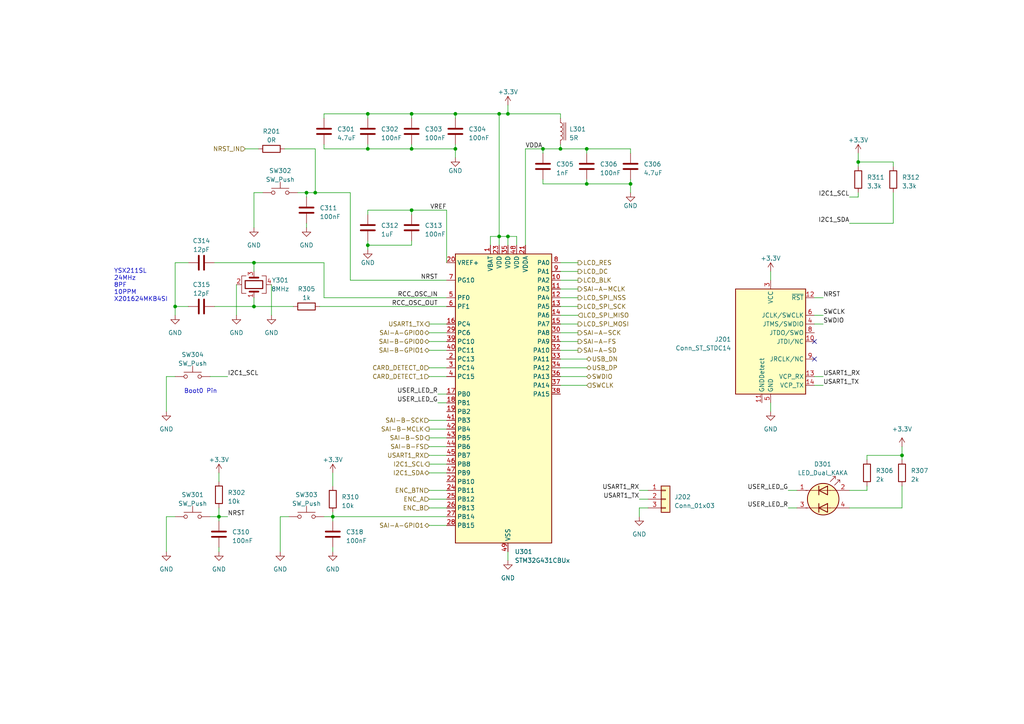
<source format=kicad_sch>
(kicad_sch (version 20230121) (generator eeschema)
  (paper "A4")
  (title_block (title "STM32 USB Audio Interface - STM32G431") (date "2023-04-15") (rev "A"))
  (lib_symbols
    (symbol "Connector:Conn_ST_STDC14"
      (property "Reference" "J" (at -8.89 16.51 0))
      (property "Value" "Conn_ST_STDC14" (at 17.78 16.51 0))
      (symbol "Conn_ST_STDC14_0_1"
        (rectangle (start -10.16 15.24) (end 10.16 -15.24) (stroke (width 0.254)) (fill (type background)))
      )
      (symbol "Conn_ST_STDC14_1_1"
        (pin no_connect line (at -10.16 5.08 0) (length 2.54) hide (name "NC") (number "1"))
        (pin output line (at 12.7 0 180) (length 2.54) (name "JTDI/NC") (number "10"))
        (pin passive line (at -2.54 -17.78 90) (length 2.54) (name "GNDDetect") (number "11"))
        (pin open_collector line (at 12.7 12.7 180) (length 2.54) (name "~{RST}") (number "12"))
        (pin output line (at 12.7 -10.16 180) (length 2.54) (name "VCP_RX") (number "13"))
        (pin input line (at 12.7 -12.7 180) (length 2.54) (name "VCP_TX") (number "14"))
        (pin no_connect line (at -10.16 2.54 0) (length 2.54) hide (name "NC") (number "2"))
        (pin power_in line (at 0 17.78 270) (length 2.54) (name "VCC") (number "3"))
        (pin bidirectional line (at 12.7 5.08 180) (length 2.54) (name "JTMS/SWDIO") (number "4"))
        (pin power_in line (at 0 -17.78 90) (length 2.54) (name "GND") (number "5"))
        (pin output line (at 12.7 7.62 180) (length 2.54) (name "JCLK/SWCLK") (number "6"))
        (pin passive line (at 0 -17.78 90) (length 2.54) hide (name "GND") (number "7"))
        (pin input line (at 12.7 2.54 180) (length 2.54) (name "JTDO/SWO") (number "8"))
        (pin input line (at 12.7 -5.08 180) (length 2.54) (name "JRCLK/NC") (number "9"))
      )
    )
    (symbol "Connector_Generic:Conn_01x03" (pin_names (offset 1.016) hide)
      (property "Reference" "J" (at 0 5.08 0))
      (property "Value" "Conn_01x03" (at 0 -5.08 0))
      (symbol "Conn_01x03_1_1"
        (rectangle (start -1.27 -2.413) (end 0 -2.667) (stroke (width 0.1524)))
        (rectangle (start -1.27 0.127) (end 0 -0.127) (stroke (width 0.1524)))
        (rectangle (start -1.27 2.667) (end 0 2.413) (stroke (width 0.1524)))
        (rectangle (start -1.27 3.81) (end 1.27 -3.81) (stroke (width 0.254)) (fill (type background)))
        (pin passive line (at -5.08 2.54 0) (length 3.81) (name "Pin_1") (number "1"))
        (pin passive line (at -5.08 0 0) (length 3.81) (name "Pin_2") (number "2"))
        (pin passive line (at -5.08 -2.54 0) (length 3.81) (name "Pin_3") (number "3"))
      )
    )
    (symbol "Device:C" (pin_numbers hide) (pin_names (offset 0.254))
      (property "Reference" "C" (at 0.635 2.54 0))
      (property "Value" "C" (at 0.635 -2.54 0))
      (symbol "C_0_1"
        (polyline (pts (xy -2.032 -0.762) (xy 2.032 -0.762)) (stroke (width 0.508)))
        (polyline (pts (xy -2.032 0.762) (xy 2.032 0.762)) (stroke (width 0.508)))
      )
      (symbol "C_1_1"
        (pin passive line (at 0 3.81 270) (length 2.794) (name "~") (number "1"))
        (pin passive line (at 0 -3.81 90) (length 2.794) (name "~") (number "2"))
      )
    )
    (symbol "Device:Crystal_GND24" (pin_names (offset 1.016) hide)
      (property "Reference" "Y" (at 3.175 5.08 0))
      (property "Value" "Crystal_GND24" (at 3.175 3.175 0))
      (symbol "Crystal_GND24_0_1"
        (rectangle (start -1.143 2.54) (end 1.143 -2.54) (stroke (width 0.3048)))
        (polyline (pts (xy -2.54 0) (xy -2.032 0)))
        (polyline (pts (xy -2.032 -1.27) (xy -2.032 1.27)) (stroke (width 0.508)))
        (polyline (pts (xy 0 -3.81) (xy 0 -3.556)))
        (polyline (pts (xy 0 3.556) (xy 0 3.81)))
        (polyline (pts (xy 2.032 -1.27) (xy 2.032 1.27)) (stroke (width 0.508)))
        (polyline (pts (xy 2.032 0) (xy 2.54 0)))
        (polyline (pts (xy -2.54 -2.286) (xy -2.54 -3.556) (xy 2.54 -3.556) (xy 2.54 -2.286)))
        (polyline (pts (xy -2.54 2.286) (xy -2.54 3.556) (xy 2.54 3.556) (xy 2.54 2.286)))
      )
      (symbol "Crystal_GND24_1_1"
        (pin passive line (at -3.81 0 0) (length 1.27) (name "1") (number "1"))
        (pin passive line (at 0 5.08 270) (length 1.27) (name "2") (number "2"))
        (pin passive line (at 3.81 0 180) (length 1.27) (name "3") (number "3"))
        (pin passive line (at 0 -5.08 90) (length 1.27) (name "4") (number "4"))
      )
    )
    (symbol "Device:LED_Dual_KAKA" (pin_names (offset 0) hide)
      (property "Reference" "D" (at 0 5.715 0))
      (property "Value" "LED_Dual_KAKA" (at 0 -6.35 0))
      (symbol "LED_Dual_KAKA_0_1"
        (polyline (pts (xy -5.08 -2.54) (xy 2.032 -2.54)))
        (polyline (pts (xy -5.08 2.54) (xy 2.032 2.54)))
        (polyline (pts (xy -1.27 -1.27) (xy -1.27 -3.81)) (stroke (width 0.254)))
        (polyline (pts (xy -1.27 3.81) (xy -1.27 1.27)) (stroke (width 0.254)))
        (polyline (pts (xy 3.81 -2.54) (xy 1.905 -2.54)))
        (polyline (pts (xy 3.81 2.54) (xy 1.905 2.54)))
        (polyline (pts (xy 1.27 -1.27) (xy 1.27 -3.81) (xy -1.27 -2.54) (xy 1.27 -1.27)) (stroke (width 0.254)))
        (polyline (pts (xy 1.27 3.81) (xy 1.27 1.27) (xy -1.27 2.54) (xy 1.27 3.81)) (stroke (width 0.254)))
        (polyline (pts (xy 2.032 5.08) (xy 3.556 6.604) (xy 2.794 6.604) (xy 3.556 6.604) (xy 3.556 5.842)))
        (polyline (pts (xy 3.302 4.064) (xy 4.826 5.588) (xy 4.064 5.588) (xy 4.826 5.588) (xy 4.826 4.826)))
        (circle (center 0 0) (radius 4.572) (stroke (width 0.254)) (fill (type background)))
      )
      (symbol "LED_Dual_KAKA_1_1"
        (pin input line (at -7.62 2.54 0) (length 3.048) (name "A1") (number "1"))
        (pin input line (at 7.62 2.54 180) (length 3.81) (name "K1") (number "2"))
        (pin input line (at -7.62 -2.54 0) (length 3.048) (name "A2") (number "3"))
        (pin input line (at 7.62 -2.54 180) (length 3.81) (name "K2") (number "4"))
      )
    )
    (symbol "Device:L_Iron" (pin_numbers hide) (pin_names (offset 1.016) hide)
      (property "Reference" "L" (at -1.27 0 90))
      (property "Value" "L_Iron" (at 2.794 0 90))
      (symbol "L_Iron_0_1"
        (arc (start 0 -2.54) (mid 0.6323 -1.905) (end 0 -1.27))
        (arc (start 0 -1.27) (mid 0.6323 -0.635) (end 0 0))
        (polyline (pts (xy 1.016 2.54) (xy 1.016 -2.54)))
        (polyline (pts (xy 1.524 -2.54) (xy 1.524 2.54)))
        (arc (start 0 0) (mid 0.6323 0.635) (end 0 1.27))
        (arc (start 0 1.27) (mid 0.6323 1.905) (end 0 2.54))
      )
      (symbol "L_Iron_1_1"
        (pin passive line (at 0 3.81 270) (length 1.27) (name "1") (number "1"))
        (pin passive line (at 0 -3.81 90) (length 1.27) (name "2") (number "2"))
      )
    )
    (symbol "Device:R" (pin_numbers hide) (pin_names (offset 0))
      (property "Reference" "R" (at 2.032 0 90))
      (property "Value" "R" (at 0 0 90))
      (symbol "R_0_1"
        (rectangle (start -1.016 -2.54) (end 1.016 2.54) (stroke (width 0.254)))
      )
      (symbol "R_1_1"
        (pin passive line (at 0 3.81 270) (length 1.27) (name "~") (number "1"))
        (pin passive line (at 0 -3.81 90) (length 1.27) (name "~") (number "2"))
      )
    )
    (symbol "MCU_ST_STM32G4:STM32G431CBUx"
      (property "Reference" "U" (at -12.7 44.45 0))
      (property "Value" "STM32G431CBUx" (at 10.16 44.45 0))
      (symbol "STM32G431CBUx_0_1"
        (rectangle (start -12.7 -40.64) (end 15.24 43.18) (stroke (width 0.254)) (fill (type background)))
      )
      (symbol "STM32G431CBUx_1_1"
        (pin power_in line (at -2.54 45.72 270) (length 2.54) (name "VBAT") (number "1"))
        (pin bidirectional line (at 17.78 35.56 180) (length 2.54) (name "PA2") (number "10"))
        (pin bidirectional line (at 17.78 33.02 180) (length 2.54) (name "PA3") (number "11"))
        (pin bidirectional line (at 17.78 30.48 180) (length 2.54) (name "PA4") (number "12"))
        (pin bidirectional line (at 17.78 27.94 180) (length 2.54) (name "PA5") (number "13"))
        (pin bidirectional line (at 17.78 25.4 180) (length 2.54) (name "PA6") (number "14"))
        (pin bidirectional line (at 17.78 22.86 180) (length 2.54) (name "PA7") (number "15"))
        (pin bidirectional line (at -15.24 22.86 0) (length 2.54) (name "PC4") (number "16"))
        (pin bidirectional line (at -15.24 2.54 0) (length 2.54) (name "PB0") (number "17"))
        (pin bidirectional line (at -15.24 0 0) (length 2.54) (name "PB1") (number "18"))
        (pin bidirectional line (at -15.24 -2.54 0) (length 2.54) (name "PB2") (number "19"))
        (pin bidirectional line (at -15.24 12.7 0) (length 2.54) (name "PC13") (number "2"))
        (pin input line (at -15.24 40.64 0) (length 2.54) (name "VREF+") (number "20"))
        (pin power_in line (at 7.62 45.72 270) (length 2.54) (name "VDDA") (number "21"))
        (pin bidirectional line (at -15.24 -22.86 0) (length 2.54) (name "PB10") (number "22"))
        (pin power_in line (at 0 45.72 270) (length 2.54) (name "VDD") (number "23"))
        (pin bidirectional line (at -15.24 -25.4 0) (length 2.54) (name "PB11") (number "24"))
        (pin bidirectional line (at -15.24 -27.94 0) (length 2.54) (name "PB12") (number "25"))
        (pin bidirectional line (at -15.24 -30.48 0) (length 2.54) (name "PB13") (number "26"))
        (pin bidirectional line (at -15.24 -33.02 0) (length 2.54) (name "PB14") (number "27"))
        (pin bidirectional line (at -15.24 -35.56 0) (length 2.54) (name "PB15") (number "28"))
        (pin bidirectional line (at -15.24 20.32 0) (length 2.54) (name "PC6") (number "29"))
        (pin bidirectional line (at -15.24 10.16 0) (length 2.54) (name "PC14") (number "3"))
        (pin bidirectional line (at 17.78 20.32 180) (length 2.54) (name "PA8") (number "30"))
        (pin bidirectional line (at 17.78 17.78 180) (length 2.54) (name "PA9") (number "31"))
        (pin bidirectional line (at 17.78 15.24 180) (length 2.54) (name "PA10") (number "32"))
        (pin bidirectional line (at 17.78 12.7 180) (length 2.54) (name "PA11") (number "33"))
        (pin bidirectional line (at 17.78 10.16 180) (length 2.54) (name "PA12") (number "34"))
        (pin power_in line (at 2.54 45.72 270) (length 2.54) (name "VDD") (number "35"))
        (pin bidirectional line (at 17.78 7.62 180) (length 2.54) (name "PA13") (number "36"))
        (pin bidirectional line (at 17.78 5.08 180) (length 2.54) (name "PA14") (number "37"))
        (pin bidirectional line (at 17.78 2.54 180) (length 2.54) (name "PA15") (number "38"))
        (pin bidirectional line (at -15.24 17.78 0) (length 2.54) (name "PC10") (number "39"))
        (pin bidirectional line (at -15.24 7.62 0) (length 2.54) (name "PC15") (number "4"))
        (pin bidirectional line (at -15.24 15.24 0) (length 2.54) (name "PC11") (number "40"))
        (pin bidirectional line (at -15.24 -5.08 0) (length 2.54) (name "PB3") (number "41"))
        (pin bidirectional line (at -15.24 -7.62 0) (length 2.54) (name "PB4") (number "42"))
        (pin bidirectional line (at -15.24 -10.16 0) (length 2.54) (name "PB5") (number "43"))
        (pin bidirectional line (at -15.24 -12.7 0) (length 2.54) (name "PB6") (number "44"))
        (pin bidirectional line (at -15.24 -15.24 0) (length 2.54) (name "PB7") (number "45"))
        (pin bidirectional line (at -15.24 -17.78 0) (length 2.54) (name "PB8") (number "46"))
        (pin bidirectional line (at -15.24 -20.32 0) (length 2.54) (name "PB9") (number "47"))
        (pin power_in line (at 5.08 45.72 270) (length 2.54) (name "VDD") (number "48"))
        (pin power_in line (at 2.54 -43.18 90) (length 2.54) (name "VSS") (number "49"))
        (pin bidirectional line (at -15.24 30.48 0) (length 2.54) (name "PF0") (number "5"))
        (pin bidirectional line (at -15.24 27.94 0) (length 2.54) (name "PF1") (number "6"))
        (pin bidirectional line (at -15.24 35.56 0) (length 2.54) (name "PG10") (number "7"))
        (pin bidirectional line (at 17.78 40.64 180) (length 2.54) (name "PA0") (number "8"))
        (pin bidirectional line (at 17.78 38.1 180) (length 2.54) (name "PA1") (number "9"))
      )
    )
    (symbol "Switch:SW_Push" (pin_numbers hide) (pin_names (offset 1.016) hide)
      (property "Reference" "SW" (at 1.27 2.54 0))
      (property "Value" "SW_Push" (at 0 -1.524 0))
      (symbol "SW_Push_0_1"
        (circle (center -2.032 0) (radius 0.508))
        (polyline (pts (xy 0 1.27) (xy 0 3.048)))
        (polyline (pts (xy 2.54 1.27) (xy -2.54 1.27)))
        (circle (center 2.032 0) (radius 0.508))
        (pin passive line (at -5.08 0 0) (length 2.54) (name "1") (number "1"))
        (pin passive line (at 5.08 0 180) (length 2.54) (name "2") (number "2"))
      )
    )
    (symbol "power:+3.3V" (power) (pin_names (offset 0))
      (property "Value" "+3.3V" (at 0 3.556 0))
      (symbol "+3.3V_0_1"
        (polyline (pts (xy -0.762 1.27) (xy 0 2.54)))
        (polyline (pts (xy 0 0) (xy 0 2.54)))
        (polyline (pts (xy 0 2.54) (xy 0.762 1.27)))
      )
      (symbol "+3.3V_1_1"
        (pin power_in line (at 0 0 90) (length 0) hide (name "+3.3V") (number "1"))
      )
    )
    (symbol "power:GND" (power) (pin_names (offset 0))
      (property "Value" "GND" (at 0 -3.81 0))
      (symbol "GND_0_1"
        (polyline (pts (xy 0 0) (xy 0 -1.27) (xy 1.27 -1.27) (xy 0 -2.54) (xy -1.27 -1.27) (xy 0 -1.27)))
      )
      (symbol "GND_1_1"
        (pin power_in line (at 0 0 270) (length 0) hide (name "GND") (number "1"))
      )
    )
  )
  (junction (at 119.38 43.18))
  (junction (at 182.88 53.34))
  (junction (at 261.62 132.08))
  (junction (at 119.38 60.96))
  (junction (at 63.5 149.86))
  (junction (at 106.68 71.12))
  (junction (at 170.18 53.34))
  (junction (at 73.66 76.2))
  (junction (at 170.18 43.18))
  (junction (at 91.44 55.88))
  (junction (at 147.32 68.58))
  (junction (at 144.78 33.02))
  (junction (at 147.32 33.02))
  (junction (at 73.66 88.9))
  (junction (at 248.92 46.99))
  (junction (at 157.48 43.18))
  (junction (at 119.38 33.02))
  (junction (at 106.68 43.18))
  (junction (at 50.8 88.9))
  (junction (at 106.68 33.02))
  (junction (at 132.08 33.02))
  (junction (at 132.08 43.18))
  (junction (at 96.52 149.86))
  (junction (at 88.9 55.88))
  (junction (at 144.78 68.58))
  (junction (at 162.56 43.18))
  (no_connect (at 236.22 99.06))
  (no_connect (at 236.22 104.14))
  (wire (pts (xy 48.26 109.22) (xy 48.26 119.38)))
  (wire (pts (xy 48.26 149.86) (xy 48.26 160.02)))
  (wire (pts (xy 106.68 60.96) (xy 119.38 60.96)))
  (wire (pts (xy 162.56 109.22) (xy 170.18 109.22)))
  (wire (pts (xy 162.56 43.18) (xy 170.18 43.18)))
  (wire (pts (xy 106.68 43.18) (xy 119.38 43.18)))
  (wire (pts (xy 96.52 137.16) (xy 96.52 140.97)))
  (wire (pts (xy 106.68 41.91) (xy 106.68 43.18)))
  (wire (pts (xy 63.5 147.32) (xy 63.5 149.86)))
  (wire (pts (xy 144.78 68.58) (xy 142.24 68.58)))
  (wire (pts (xy 124.46 96.52) (xy 129.54 96.52)))
  (wire (pts (xy 162.56 93.98) (xy 167.64 93.98)))
  (wire (pts (xy 157.48 52.07) (xy 157.48 53.34)))
  (wire (pts (xy 106.68 71.12) (xy 106.68 69.85)))
  (wire (pts (xy 106.68 33.02) (xy 119.38 33.02)))
  (wire (pts (xy 236.22 91.44) (xy 238.76 91.44)))
  (wire (pts (xy 62.23 76.2) (xy 73.66 76.2)))
  (wire (pts (xy 152.4 43.18) (xy 152.4 71.12)))
  (wire (pts (xy 162.56 43.18) (xy 157.48 43.18)))
  (wire (pts (xy 185.42 149.86) (xy 185.42 147.32)))
  (wire (pts (xy 50.8 88.9) (xy 54.61 88.9)))
  (wire (pts (xy 248.92 55.88) (xy 248.92 57.15)))
  (wire (pts (xy 162.56 88.9) (xy 167.64 88.9)))
  (wire (pts (xy 76.2 55.88) (xy 73.66 55.88)))
  (wire (pts (xy 71.12 43.18) (xy 74.93 43.18)))
  (wire (pts (xy 124.46 129.54) (xy 129.54 129.54)))
  (wire (pts (xy 185.42 147.32) (xy 187.96 147.32)))
  (wire (pts (xy 124.46 127) (xy 129.54 127)))
  (wire (pts (xy 50.8 88.9) (xy 50.8 76.2)))
  (wire (pts (xy 96.52 158.75) (xy 96.52 160.02)))
  (wire (pts (xy 124.46 137.16) (xy 129.54 137.16)))
  (wire (pts (xy 88.9 57.15) (xy 88.9 55.88)))
  (wire (pts (xy 157.48 43.18) (xy 152.4 43.18)))
  (wire (pts (xy 106.68 34.29) (xy 106.68 33.02)))
  (wire (pts (xy 93.98 86.36) (xy 129.54 86.36)))
  (wire (pts (xy 106.68 60.96) (xy 106.68 62.23)))
  (wire (pts (xy 73.66 76.2) (xy 93.98 76.2)))
  (wire (pts (xy 162.56 76.2) (xy 167.64 76.2)))
  (wire (pts (xy 119.38 33.02) (xy 132.08 33.02)))
  (wire (pts (xy 63.5 137.16) (xy 63.5 139.7)))
  (wire (pts (xy 106.68 71.12) (xy 119.38 71.12)))
  (wire (pts (xy 170.18 53.34) (xy 182.88 53.34)))
  (wire (pts (xy 73.66 78.74) (xy 73.66 76.2)))
  (wire (pts (xy 129.54 60.96) (xy 119.38 60.96)))
  (wire (pts (xy 248.92 57.15) (xy 246.38 57.15)))
  (wire (pts (xy 167.64 96.52) (xy 162.56 96.52)))
  (wire (pts (xy 124.46 109.22) (xy 129.54 109.22)))
  (wire (pts (xy 127 114.3) (xy 129.54 114.3)))
  (wire (pts (xy 236.22 86.36) (xy 238.76 86.36)))
  (wire (pts (xy 62.23 88.9) (xy 73.66 88.9)))
  (wire (pts (xy 68.58 91.44) (xy 68.58 82.55)))
  (wire (pts (xy 73.66 55.88) (xy 73.66 66.04)))
  (wire (pts (xy 142.24 68.58) (xy 142.24 71.12)))
  (wire (pts (xy 124.46 144.78) (xy 129.54 144.78)))
  (wire (pts (xy 162.56 111.76) (xy 170.18 111.76)))
  (wire (pts (xy 106.68 43.18) (xy 93.98 43.18)))
  (wire (pts (xy 124.46 142.24) (xy 129.54 142.24)))
  (wire (pts (xy 236.22 93.98) (xy 238.76 93.98)))
  (wire (pts (xy 251.46 140.97) (xy 251.46 142.24)))
  (wire (pts (xy 119.38 33.02) (xy 119.38 34.29)))
  (wire (pts (xy 261.62 132.08) (xy 261.62 133.35)))
  (wire (pts (xy 259.08 64.77) (xy 246.38 64.77)))
  (wire (pts (xy 248.92 44.45) (xy 248.92 46.99)))
  (wire (pts (xy 261.62 147.32) (xy 246.38 147.32)))
  (wire (pts (xy 132.08 33.02) (xy 144.78 33.02)))
  (wire (pts (xy 124.46 132.08) (xy 129.54 132.08)))
  (wire (pts (xy 185.42 144.78) (xy 187.96 144.78)))
  (wire (pts (xy 101.6 81.28) (xy 129.54 81.28)))
  (wire (pts (xy 93.98 149.86) (xy 96.52 149.86)))
  (wire (pts (xy 167.64 101.6) (xy 162.56 101.6)))
  (wire (pts (xy 147.32 30.48) (xy 147.32 33.02)))
  (wire (pts (xy 236.22 111.76) (xy 238.76 111.76)))
  (wire (pts (xy 93.98 76.2) (xy 93.98 86.36)))
  (wire (pts (xy 162.56 83.82) (xy 167.64 83.82)))
  (wire (pts (xy 236.22 109.22) (xy 238.76 109.22)))
  (wire (pts (xy 50.8 76.2) (xy 54.61 76.2)))
  (wire (pts (xy 261.62 129.54) (xy 261.62 132.08)))
  (wire (pts (xy 162.56 81.28) (xy 167.64 81.28)))
  (wire (pts (xy 162.56 33.02) (xy 147.32 33.02)))
  (wire (pts (xy 63.5 158.75) (xy 63.5 160.02)))
  (wire (pts (xy 81.28 149.86) (xy 81.28 160.02)))
  (wire (pts (xy 50.8 109.22) (xy 48.26 109.22)))
  (wire (pts (xy 93.98 34.29) (xy 93.98 33.02)))
  (wire (pts (xy 86.36 55.88) (xy 88.9 55.88)))
  (wire (pts (xy 50.8 91.44) (xy 50.8 88.9)))
  (wire (pts (xy 119.38 43.18) (xy 132.08 43.18)))
  (wire (pts (xy 170.18 43.18) (xy 182.88 43.18)))
  (wire (pts (xy 60.96 109.22) (xy 66.04 109.22)))
  (wire (pts (xy 182.88 52.07) (xy 182.88 53.34)))
  (wire (pts (xy 82.55 43.18) (xy 91.44 43.18)))
  (wire (pts (xy 91.44 55.88) (xy 88.9 55.88)))
  (wire (pts (xy 129.54 60.96) (xy 129.54 76.2)))
  (wire (pts (xy 93.98 33.02) (xy 106.68 33.02)))
  (wire (pts (xy 223.52 116.84) (xy 223.52 119.38)))
  (wire (pts (xy 88.9 64.77) (xy 88.9 66.04)))
  (wire (pts (xy 251.46 132.08) (xy 261.62 132.08)))
  (wire (pts (xy 73.66 86.36) (xy 73.66 88.9)))
  (wire (pts (xy 170.18 52.07) (xy 170.18 53.34)))
  (wire (pts (xy 228.6 147.32) (xy 231.14 147.32)))
  (wire (pts (xy 144.78 71.12) (xy 144.78 68.58)))
  (wire (pts (xy 149.86 68.58) (xy 147.32 68.58)))
  (wire (pts (xy 261.62 140.97) (xy 261.62 147.32)))
  (wire (pts (xy 96.52 151.13) (xy 96.52 149.86)))
  (wire (pts (xy 162.56 78.74) (xy 167.64 78.74)))
  (wire (pts (xy 63.5 149.86) (xy 66.04 149.86)))
  (wire (pts (xy 147.32 71.12) (xy 147.32 68.58)))
  (wire (pts (xy 106.68 71.12) (xy 106.68 72.39)))
  (wire (pts (xy 83.82 149.86) (xy 81.28 149.86)))
  (wire (pts (xy 124.46 101.6) (xy 129.54 101.6)))
  (wire (pts (xy 170.18 44.45) (xy 170.18 43.18)))
  (wire (pts (xy 124.46 147.32) (xy 129.54 147.32)))
  (wire (pts (xy 93.98 41.91) (xy 93.98 43.18)))
  (wire (pts (xy 182.88 53.34) (xy 182.88 55.88)))
  (wire (pts (xy 96.52 149.86) (xy 129.54 149.86)))
  (wire (pts (xy 119.38 41.91) (xy 119.38 43.18)))
  (wire (pts (xy 119.38 71.12) (xy 119.38 69.85)))
  (wire (pts (xy 124.46 134.62) (xy 129.54 134.62)))
  (wire (pts (xy 162.56 91.44) (xy 167.64 91.44)))
  (wire (pts (xy 167.64 99.06) (xy 162.56 99.06)))
  (wire (pts (xy 251.46 142.24) (xy 246.38 142.24)))
  (wire (pts (xy 124.46 152.4) (xy 129.54 152.4)))
  (wire (pts (xy 162.56 41.91) (xy 162.56 43.18)))
  (wire (pts (xy 182.88 44.45) (xy 182.88 43.18)))
  (wire (pts (xy 124.46 124.46) (xy 129.54 124.46)))
  (wire (pts (xy 124.46 93.98) (xy 129.54 93.98)))
  (wire (pts (xy 228.6 142.24) (xy 231.14 142.24)))
  (wire (pts (xy 91.44 43.18) (xy 91.44 55.88)))
  (wire (pts (xy 147.32 160.02) (xy 147.32 162.56)))
  (wire (pts (xy 124.46 106.68) (xy 129.54 106.68)))
  (wire (pts (xy 124.46 99.06) (xy 129.54 99.06)))
  (wire (pts (xy 60.96 149.86) (xy 63.5 149.86)))
  (wire (pts (xy 248.92 46.99) (xy 248.92 48.26)))
  (wire (pts (xy 101.6 81.28) (xy 101.6 55.88)))
  (wire (pts (xy 251.46 132.08) (xy 251.46 133.35)))
  (wire (pts (xy 50.8 149.86) (xy 48.26 149.86)))
  (wire (pts (xy 124.46 121.92) (xy 129.54 121.92)))
  (wire (pts (xy 162.56 86.36) (xy 167.64 86.36)))
  (wire (pts (xy 149.86 71.12) (xy 149.86 68.58)))
  (wire (pts (xy 248.92 46.99) (xy 259.08 46.99)))
  (wire (pts (xy 132.08 34.29) (xy 132.08 33.02)))
  (wire (pts (xy 73.66 88.9) (xy 85.09 88.9)))
  (wire (pts (xy 127 116.84) (xy 129.54 116.84)))
  (wire (pts (xy 157.48 53.34) (xy 170.18 53.34)))
  (wire (pts (xy 147.32 68.58) (xy 144.78 68.58)))
  (wire (pts (xy 63.5 151.13) (xy 63.5 149.86)))
  (wire (pts (xy 162.56 104.14) (xy 170.18 104.14)))
  (wire (pts (xy 91.44 55.88) (xy 101.6 55.88)))
  (wire (pts (xy 78.74 82.55) (xy 78.74 91.44)))
  (wire (pts (xy 92.71 88.9) (xy 129.54 88.9)))
  (wire (pts (xy 132.08 43.18) (xy 132.08 45.72)))
  (wire (pts (xy 132.08 43.18) (xy 132.08 41.91)))
  (wire (pts (xy 144.78 33.02) (xy 144.78 68.58)))
  (wire (pts (xy 147.32 33.02) (xy 144.78 33.02)))
  (wire (pts (xy 185.42 142.24) (xy 187.96 142.24)))
  (wire (pts (xy 96.52 148.59) (xy 96.52 149.86)))
  (wire (pts (xy 223.52 78.74) (xy 223.52 81.28)))
  (wire (pts (xy 157.48 44.45) (xy 157.48 43.18)))
  (wire (pts (xy 162.56 106.68) (xy 170.18 106.68)))
  (wire (pts (xy 162.56 34.29) (xy 162.56 33.02)))
  (wire (pts (xy 119.38 60.96) (xy 119.38 62.23)))
  (wire (pts (xy 259.08 55.88) (xy 259.08 64.77)))
  (wire (pts (xy 259.08 48.26) (xy 259.08 46.99)))
  (text "Boot0 Pin" (at 53.34 114.3 0) (effects (font (size 1.27 1.27)) (justify left bottom)))
  (text "YSX211SL\n24MHz\n8PF\n10PPM\nX201624MKB4SI" (at 33.02 87.63 0) (effects (font (size 1.27 1.27)) (justify left bottom)))
  (label "VREF" (at 129.54 60.96 180))
  (label "USER_LED_R" (at 127 114.3 180))
  (label "SWCLK" (at 238.76 91.44 0))
  (label "VDDA" (at 152.4 43.18 0))
  (label "NRST" (at 127 81.28 180))
  (label "I2C1_SDA" (at 246.38 64.77 180))
  (label "USART1_RX" (at 238.76 109.22 0))
  (label "USER_LED_G" (at 127 116.84 180))
  (label "USER_LED_G" (at 228.6 142.24 180))
  (label "SWDIO" (at 238.76 93.98 0))
  (label "RCC_OSC_IN" (at 127 86.36 180))
  (label "I2C1_SCL" (at 246.38 57.15 180))
  (label "USART1_TX" (at 185.42 144.78 180))
  (label "I2C1_SCL" (at 66.04 109.22 0))
  (label "USER_LED_R" (at 228.6 147.32 180))
  (label "RCC_OSC_OUT" (at 127 88.9 180))
  (label "USART1_RX" (at 185.42 142.24 180))
  (label "NRST" (at 238.76 86.36 0))
  (label "USART1_TX" (at 238.76 111.76 0))
  (label "NRST" (at 66.04 149.86 0))
  (hierarchical_label "SAI-B-MCLK" (shape output) (at 124.46 124.46 180))
  (hierarchical_label "NRST_IN" (shape input) (at 71.12 43.18 180))
  (hierarchical_label "SAI-B-SCK" (shape input) (at 124.46 121.92 180))
  (hierarchical_label "CARD_DETECT_0" (shape input) (at 124.46 106.68 180))
  (hierarchical_label "LCD_RES" (shape output) (at 167.64 76.2 0))
  (hierarchical_label "LCD_DC" (shape output) (at 167.64 78.74 0))
  (hierarchical_label "SAI-B-GPIO1" (shape bidirectional) (at 124.46 101.6 180))
  (hierarchical_label "USART1_RX" (shape input) (at 124.46 132.08 180))
  (hierarchical_label "CARD_DETECT_1" (shape input) (at 124.46 109.22 180))
  (hierarchical_label "SAI-A-GPIO0" (shape bidirectional) (at 124.46 96.52 180))
  (hierarchical_label "SAI-A-FS" (shape output) (at 167.64 99.06 0))
  (hierarchical_label "SAI-A-MCLK" (shape output) (at 167.64 83.82 0))
  (hierarchical_label "USB_DN" (shape bidirectional) (at 170.18 104.14 0))
  (hierarchical_label "ENC_A" (shape input) (at 124.46 144.78 180))
  (hierarchical_label "SWCLK" (shape input) (at 170.18 111.76 0))
  (hierarchical_label "LCD_SPI_NSS" (shape output) (at 167.64 86.36 0))
  (hierarchical_label "LCD_SPI_SCK" (shape output) (at 167.64 88.9 0))
  (hierarchical_label "SAI-A-GPIO1" (shape bidirectional) (at 124.46 152.4 180))
  (hierarchical_label "USART1_TX" (shape output) (at 124.46 93.98 180))
  (hierarchical_label "LCD_SPI_MOSI" (shape output) (at 167.64 93.98 0))
  (hierarchical_label "LCD_BLK" (shape output) (at 167.64 81.28 0))
  (hierarchical_label "USB_DP" (shape bidirectional) (at 170.18 106.68 0))
  (hierarchical_label "SAI-B-GPIO0" (shape bidirectional) (at 124.46 99.06 180))
  (hierarchical_label "I2C1_SCL" (shape output) (at 124.46 134.62 180))
  (hierarchical_label "I2C1_SDA" (shape bidirectional) (at 124.46 137.16 180))
  (hierarchical_label "ENC_BTN" (shape input) (at 124.46 142.24 180))
  (hierarchical_label "SAI-A-SD" (shape output) (at 167.64 101.6 0))
  (hierarchical_label "ENC_B" (shape input) (at 124.46 147.32 180))
  (hierarchical_label "SWDIO" (shape bidirectional) (at 170.18 109.22 0))
  (hierarchical_label "SAI-B-SD" (shape output) (at 124.46 127 180))
  (hierarchical_label "SAI-A-SCK" (shape output) (at 167.64 96.52 0))
  (hierarchical_label "SAI-B-FS" (shape input) (at 124.46 129.54 180))
  (hierarchical_label "LCD_SPI_MISO" (shape input) (at 167.64 91.44 0))
  (symbol (lib_id "Device:C") (at 119.38 38.1 0) (unit 1)
    (property "Reference" "C303" (at 123.19 37.465 0) (effects (justify left)))
    (property "Value" "100nF" (at 123.19 40.005 0) (effects (justify left)))
    (property "Footprint" "Capacitor_SMD:C_0402_1005Metric" (effects hide))
    (instances (project "Quad_RAK3172_Board" (path "" (reference "C303") (unit 1))) (project "STM32-USB-Audio-Board" (path "" (reference "C203") (unit 1))))
  )
  (symbol (lib_id "Device:C") (at 132.08 38.1 0) (unit 1)
    (property "Reference" "C304" (at 135.89 37.465 0) (effects (justify left)))
    (property "Value" "100nF" (at 135.89 40.005 0) (effects (justify left)))
    (property "Footprint" "Capacitor_SMD:C_0402_1005Metric" (effects hide))
    (instances (project "Quad_RAK3172_Board" (path "" (reference "C304") (unit 1))) (project "STM32-USB-Audio-Board" (path "" (reference "C204") (unit 1))))
  )
  (symbol (lib_id "Device:R") (at 259.08 52.07 180) (unit 1)
    (property "Reference" "R312" (at 261.62 51.435 0) (effects (justify right)))
    (property "Value" "3.3k" (at 261.62 53.975 0) (effects (justify right)))
    (property "Footprint" "Resistor_SMD:R_0402_1005Metric" (effects hide))
    (instances (project "Quad_RAK3172_Board" (path "" (reference "R312") (unit 1))) (project "STM32-USB-Audio-Board" (path "" (reference "R203") (unit 1))))
  )
  (symbol (lib_id "Switch:SW_Push") (at 88.9 149.86 0) (unit 1)
    (property "Reference" "SW303" (at 88.9 143.51 0))
    (property "Value" "SW_Push" (at 88.9 146.05 0))
    (property "Footprint" "Button_Switch_SMD:SW_SPST_B3U-1000P-B" (effects hide))
    (instances (project "Quad_RAK3172_Board" (path "" (reference "SW303") (unit 1))) (project "STM32-USB-Audio-Board" (path "" (reference "SW204") (unit 1))))
  )
  (symbol (lib_id "Device:L_Iron") (at 162.56 38.1 0) (unit 1)
    (property "Reference" "L301" (at 165.1 37.465 0) (effects (justify left)))
    (property "Value" "5R" (at 165.1 40.005 0) (effects (justify left)))
    (property "Footprint" "Inductor_SMD:L_0805_2012Metric" (effects hide))
    (instances (project "Quad_RAK3172_Board" (path "" (reference "L301") (unit 1))) (project "STM32-USB-Audio-Board" (path "" (reference "L201") (unit 1))))
  )
  (symbol (lib_id "Device:R") (at 63.5 143.51 180) (unit 1)
    (property "Reference" "R302" (at 66.04 142.875 0) (effects (justify right)))
    (property "Value" "10k" (at 66.04 145.415 0) (effects (justify right)))
    (property "Footprint" "Resistor_SMD:R_0402_1005Metric" (effects hide))
    (instances (project "Quad_RAK3172_Board" (path "" (reference "R302") (unit 1))) (project "STM32-USB-Audio-Board" (path "" (reference "R207") (unit 1))))
  )
  (symbol (lib_id "power:+3.3V") (at 96.52 137.16 0) (unit 1)
    (property "Reference" "#PWR0325" (effects hide))
    (property "Value" "+3.3V" (at 96.52 133.35 0))
    (instances (project "Quad_RAK3172_Board" (path "" (reference "#PWR0325") (unit 1))) (project "STM32-USB-Audio-Board" (path "" (reference "#PWR0216") (unit 1))))
  )
  (symbol (lib_id "power:GND") (at 132.08 45.72 0) (unit 1)
    (property "Reference" "#PWR0304" (effects hide))
    (property "Value" "GND" (at 132.08 49.53 0))
    (instances (project "Quad_RAK3172_Board" (path "" (reference "#PWR0304") (unit 1))) (project "STM32-USB-Audio-Board" (path "" (reference "#PWR0203") (unit 1))))
  )
  (symbol (lib_id "Device:C") (at 88.9 60.96 180) (unit 1)
    (property "Reference" "C311" (at 92.71 60.325 0) (effects (justify right)))
    (property "Value" "100nF" (at 92.71 62.865 0) (effects (justify right)))
    (property "Footprint" "Capacitor_SMD:C_0402_1005Metric" (effects hide))
    (instances (project "Quad_RAK3172_Board" (path "" (reference "C311") (unit 1))) (project "STM32-USB-Audio-Board" (path "" (reference "C208") (unit 1))))
  )
  (symbol (lib_id "power:+3.3V") (at 261.62 129.54 0) (unit 1)
    (property "Reference" "#PWR0315" (effects hide))
    (property "Value" "+3.3V" (at 261.62 124.46 0))
    (instances (project "Quad_RAK3172_Board" (path "" (reference "#PWR0315") (unit 1))) (project "pico-swd-programmer" (path "" (reference "#PWR0209") (unit 1))) (project "STM32-USB-Audio-Board" (path "" (reference "#PWR0214") (unit 1))) (project "ble-lamp" (path "" (reference "#PWR0201") (unit 1))))
  )
  (symbol (lib_id "power:GND") (at 78.74 91.44 0) (unit 1)
    (property "Reference" "#PWR0318" (effects hide))
    (property "Value" "GND" (at 78.74 96.52 0))
    (instances (project "Quad_RAK3172_Board" (path "" (reference "#PWR0318") (unit 1))) (project "STM32-USB-Audio-Board" (path "" (reference "#PWR0211") (unit 1))))
  )
  (symbol (lib_id "power:+3.3V") (at 223.52 78.74 0) (unit 1)
    (property "Reference" "#PWR0327" (effects hide))
    (property "Value" "+3.3V" (at 223.52 74.93 0))
    (instances (project "Quad_RAK3172_Board" (path "" (reference "#PWR0327") (unit 1))) (project "STM32-USB-Audio-Board" (path "" (reference "#PWR0208") (unit 1))))
  )
  (symbol (lib_id "power:GND") (at 81.28 160.02 0) (unit 1)
    (property "Reference" "#PWR0323" (effects hide))
    (property "Value" "GND" (at 81.28 165.1 0))
    (instances (project "Quad_RAK3172_Board" (path "" (reference "#PWR0323") (unit 1))) (project "STM32-USB-Audio-Board" (path "" (reference "#PWR0220") (unit 1))))
  )
  (symbol (lib_id "Device:C") (at 93.98 38.1 0) (unit 1)
    (property "Reference" "C301" (at 97.79 37.465 0) (effects (justify left)))
    (property "Value" "4.7uF" (at 97.79 40.005 0) (effects (justify left)))
    (property "Footprint" "Capacitor_SMD:C_0603_1608Metric" (effects hide))
    (instances (project "Quad_RAK3172_Board" (path "" (reference "C301") (unit 1))) (project "STM32-USB-Audio-Board" (path "" (reference "C201") (unit 1))))
  )
  (symbol (lib_id "Device:C") (at 170.18 48.26 0) (unit 1)
    (property "Reference" "C306" (at 173.99 47.625 0) (effects (justify left)))
    (property "Value" "100nF" (at 173.99 50.165 0) (effects (justify left)))
    (property "Footprint" "Capacitor_SMD:C_0402_1005Metric" (effects hide))
    (instances (project "Quad_RAK3172_Board" (path "" (reference "C306") (unit 1))) (project "STM32-USB-Audio-Board" (path "" (reference "C206") (unit 1))))
  )
  (symbol (lib_id "MCU_ST_STM32G4:STM32G431CBUx") (at 144.78 116.84 0) (unit 1)
    (property "Reference" "U301" (at 149.2759 160.02 0) (effects (justify left)))
    (property "Value" "STM32G431CBUx" (at 149.2759 162.56 0) (effects (justify left)))
    (property "Footprint" "Package_DFN_QFN:QFN-48-1EP_7x7mm_P0.5mm_EP5.6x5.6mm" (effects hide))
    (property "Datasheet" "https://www.st.com/resource/en/datasheet/stm32g431cb.pdf" (effects hide))
    (instances (project "Quad_RAK3172_Board" (path "" (reference "U301") (unit 1))) (project "STM32-USB-Audio-Board" (path "" (reference "U201") (unit 1))))
  )
  (symbol (lib_id "Device:Crystal_GND24") (at 73.66 82.55 90) (unit 1)
    (property "Reference" "Y301" (at 81.28 81.28 90))
    (property "Value" "8MHz" (at 81.28 83.82 90))
    (property "Footprint" "Crystal:Crystal_SMD_2016-4Pin_2.0x1.6mm" (effects hide))
    (instances (project "Quad_RAK3172_Board" (path "" (reference "Y301") (unit 1))) (project "STM32-USB-Audio-Board" (path "" (reference "Y201") (unit 1))))
  )
  (symbol (lib_id "Device:C") (at 96.52 154.94 180) (unit 1)
    (property "Reference" "C318" (at 100.33 154.305 0) (effects (justify right)))
    (property "Value" "100nF" (at 100.33 156.845 0) (effects (justify right)))
    (property "Footprint" "Capacitor_SMD:C_0402_1005Metric" (effects hide))
    (instances (project "Quad_RAK3172_Board" (path "" (reference "C318") (unit 1))) (project "STM32-USB-Audio-Board" (path "" (reference "C214") (unit 1))))
  )
  (symbol (lib_id "power:GND") (at 223.52 119.38 0) (unit 1)
    (property "Reference" "#PWR0322" (effects hide))
    (property "Value" "GND" (at 223.52 124.46 0))
    (instances (project "Quad_RAK3172_Board" (path "" (reference "#PWR0322") (unit 1))) (project "STM32-USB-Audio-Board" (path "" (reference "#PWR0213") (unit 1))))
  )
  (symbol (lib_id "Device:R") (at 261.62 137.16 0) (unit 1)
    (property "Reference" "R307" (at 264.16 136.525 0) (effects (justify left)))
    (property "Value" "2k" (at 264.16 139.065 0) (effects (justify left)))
    (property "Footprint" "Resistor_SMD:R_0402_1005Metric" (effects hide))
    (instances (project "Quad_RAK3172_Board" (path "" (reference "R307") (unit 1))) (project "pico-swd-programmer" (path "" (reference "R207") (unit 1))) (project "STM32-USB-Audio-Board" (path "" (reference "R206") (unit 1))) (project "ble-lamp" (path "" (reference "R202") (unit 1))))
  )
  (symbol (lib_id "Switch:SW_Push") (at 55.88 109.22 0) (unit 1)
    (property "Reference" "SW304" (at 55.88 102.87 0))
    (property "Value" "SW_Push" (at 55.88 105.41 0))
    (property "Footprint" "Button_Switch_SMD:SW_SPST_B3U-1000P-B" (effects hide))
    (instances (project "Quad_RAK3172_Board" (path "" (reference "SW304") (unit 1))) (project "STM32-USB-Audio-Board" (path "" (reference "SW202") (unit 1))))
  )
  (symbol (lib_id "Device:R") (at 78.74 43.18 90) (unit 1)
    (property "Reference" "R201" (at 78.74 38.1 90))
    (property "Value" "0R" (at 78.74 40.64 90))
    (property "Footprint" "Resistor_SMD:R_0402_1005Metric" (effects hide))
  )
  (symbol (lib_id "Connector:Conn_ST_STDC14") (at 223.52 99.06 0) (unit 1)
    (property "Reference" "J201" (at 212.09 98.425 0) (effects (justify right)))
    (property "Value" "Conn_ST_STDC14" (at 212.09 100.965 0) (effects (justify right)))
    (property "Datasheet" "https://www.st.com/content/ccc/resource/technical/document/user_manual/group1/99/49/91/b6/b2/3a/46/e5/DM00526767/files/DM00526767.pdf/jcr:content/translations/en.DM00526767.pdf" (effects hide))
  )
  (symbol (lib_id "Switch:SW_Push") (at 81.28 55.88 0) (unit 1)
    (property "Reference" "SW302" (at 81.28 49.53 0))
    (property "Value" "SW_Push" (at 81.28 52.07 0))
    (property "Footprint" "Button_Switch_SMD:SW_SPST_B3U-1000P-B" (effects hide))
    (instances (project "Quad_RAK3172_Board" (path "" (reference "SW302") (unit 1))) (project "STM32-USB-Audio-Board" (path "" (reference "SW201") (unit 1))))
  )
  (symbol (lib_id "Device:C") (at 119.38 66.04 0) (unit 1)
    (property "Reference" "C313" (at 123.19 65.405 0) (effects (justify left)))
    (property "Value" "100nF" (at 123.19 67.945 0) (effects (justify left)))
    (property "Footprint" "Capacitor_SMD:C_0402_1005Metric" (effects hide))
    (instances (project "Quad_RAK3172_Board" (path "" (reference "C313") (unit 1))) (project "STM32-USB-Audio-Board" (path "" (reference "C210") (unit 1))))
  )
  (symbol (lib_id "Device:C") (at 157.48 48.26 0) (unit 1)
    (property "Reference" "C305" (at 161.29 47.625 0) (effects (justify left)))
    (property "Value" "1nF" (at 161.29 50.165 0) (effects (justify left)))
    (property "Footprint" "Capacitor_SMD:C_0402_1005Metric" (effects hide))
    (instances (project "Quad_RAK3172_Board" (path "" (reference "C305") (unit 1))) (project "STM32-USB-Audio-Board" (path "" (reference "C205") (unit 1))))
  )
  (symbol (lib_id "Device:C") (at 58.42 76.2 90) (unit 1)
    (property "Reference" "C314" (at 58.42 69.85 90))
    (property "Value" "12pF" (at 58.42 72.39 90))
    (property "Footprint" "Capacitor_SMD:C_0402_1005Metric" (effects hide))
    (instances (project "Quad_RAK3172_Board" (path "" (reference "C314") (unit 1))) (project "STM32-USB-Audio-Board" (path "" (reference "C211") (unit 1))))
  )
  (symbol (lib_id "Device:R") (at 251.46 137.16 0) (unit 1)
    (property "Reference" "R306" (at 254 136.525 0) (effects (justify left)))
    (property "Value" "2k" (at 254 139.065 0) (effects (justify left)))
    (property "Footprint" "Resistor_SMD:R_0402_1005Metric" (effects hide))
    (instances (project "Quad_RAK3172_Board" (path "" (reference "R306") (unit 1))) (project "pico-swd-programmer" (path "" (reference "R204") (unit 1))) (project "STM32-USB-Audio-Board" (path "" (reference "R205") (unit 1))) (project "ble-lamp" (path "" (reference "R201") (unit 1))))
  )
  (symbol (lib_id "power:GND") (at 48.26 160.02 0) (unit 1)
    (property "Reference" "#PWR0306" (effects hide))
    (property "Value" "GND" (at 48.26 165.1 0))
    (instances (project "Quad_RAK3172_Board" (path "" (reference "#PWR0306") (unit 1))) (project "STM32-USB-Audio-Board" (path "" (reference "#PWR0218") (unit 1))))
  )
  (symbol (lib_id "Device:C") (at 58.42 88.9 90) (unit 1)
    (property "Reference" "C315" (at 58.42 82.55 90))
    (property "Value" "12pF" (at 58.42 85.09 90))
    (property "Footprint" "Capacitor_SMD:C_0402_1005Metric" (effects hide))
    (instances (project "Quad_RAK3172_Board" (path "" (reference "C315") (unit 1))) (project "STM32-USB-Audio-Board" (path "" (reference "C212") (unit 1))))
  )
  (symbol (lib_id "power:GND") (at 185.42 149.86 0) (unit 1)
    (property "Reference" "#PWR0322" (effects hide))
    (property "Value" "GND" (at 185.42 154.94 0))
    (instances (project "Quad_RAK3172_Board" (path "" (reference "#PWR0322") (unit 1))) (project "STM32-USB-Audio-Board" (path "" (reference "#PWR0217") (unit 1))))
  )
  (symbol (lib_id "Device:R") (at 88.9 88.9 90) (unit 1)
    (property "Reference" "R305" (at 88.9 83.82 90))
    (property "Value" "1k" (at 88.9 86.36 90))
    (property "Footprint" "Resistor_SMD:R_0402_1005Metric" (effects hide))
    (instances (project "Quad_RAK3172_Board" (path "" (reference "R305") (unit 1))) (project "STM32-USB-Audio-Board" (path "" (reference "R204") (unit 1))))
  )
  (symbol (lib_id "power:GND") (at 73.66 66.04 0) (unit 1)
    (property "Reference" "#PWR0308" (effects hide))
    (property "Value" "GND" (at 73.66 71.12 0))
    (instances (project "Quad_RAK3172_Board" (path "" (reference "#PWR0308") (unit 1))) (project "STM32-USB-Audio-Board" (path "" (reference "#PWR0205") (unit 1))))
  )
  (symbol (lib_id "Device:C") (at 106.68 38.1 0) (unit 1)
    (property "Reference" "C302" (at 110.49 37.465 0) (effects (justify left)))
    (property "Value" "100nF" (at 110.49 40.005 0) (effects (justify left)))
    (property "Footprint" "Capacitor_SMD:C_0402_1005Metric" (effects hide))
    (instances (project "Quad_RAK3172_Board" (path "" (reference "C302") (unit 1))) (project "STM32-USB-Audio-Board" (path "" (reference "C202") (unit 1))))
  )
  (symbol (lib_id "power:+3.3V") (at 248.92 44.45 0) (unit 1)
    (property "Reference" "#PWR0327" (effects hide))
    (property "Value" "+3.3V" (at 248.92 40.64 0))
    (instances (project "Quad_RAK3172_Board" (path "" (reference "#PWR0327") (unit 1))) (project "STM32-USB-Audio-Board" (path "" (reference "#PWR0202") (unit 1))))
  )
  (symbol (lib_id "Device:C") (at 63.5 154.94 180) (unit 1)
    (property "Reference" "C310" (at 67.31 154.305 0) (effects (justify right)))
    (property "Value" "100nF" (at 67.31 156.845 0) (effects (justify right)))
    (property "Footprint" "Capacitor_SMD:C_0402_1005Metric" (effects hide))
    (instances (project "Quad_RAK3172_Board" (path "" (reference "C310") (unit 1))) (project "STM32-USB-Audio-Board" (path "" (reference "C213") (unit 1))))
  )
  (symbol (lib_id "power:GND") (at 182.88 55.88 0) (unit 1)
    (property "Reference" "#PWR0305" (effects hide))
    (property "Value" "GND" (at 182.88 59.69 0))
    (instances (project "Quad_RAK3172_Board" (path "" (reference "#PWR0305") (unit 1))) (project "STM32-USB-Audio-Board" (path "" (reference "#PWR0204") (unit 1))))
  )
  (symbol (lib_id "power:GND") (at 63.5 160.02 0) (unit 1)
    (property "Reference" "#PWR0307" (effects hide))
    (property "Value" "GND" (at 63.5 165.1 0))
    (instances (project "Quad_RAK3172_Board" (path "" (reference "#PWR0307") (unit 1))) (project "STM32-USB-Audio-Board" (path "" (reference "#PWR0219") (unit 1))))
  )
  (symbol (lib_id "power:GND") (at 106.68 72.39 0) (unit 1)
    (property "Reference" "#PWR0314" (effects hide))
    (property "Value" "GND" (at 106.68 76.2 0))
    (instances (project "Quad_RAK3172_Board" (path "" (reference "#PWR0314") (unit 1))) (project "STM32-USB-Audio-Board" (path "" (reference "#PWR0207") (unit 1))))
  )
  (symbol (lib_id "power:+3.3V") (at 147.32 30.48 0) (unit 1)
    (property "Reference" "#PWR0301" (effects hide))
    (property "Value" "+3.3V" (at 147.32 26.67 0))
    (instances (project "Quad_RAK3172_Board" (path "" (reference "#PWR0301") (unit 1))) (project "STM32-USB-Audio-Board" (path "" (reference "#PWR0201") (unit 1))))
  )
  (symbol (lib_id "Device:LED_Dual_KAKA") (at 238.76 144.78 0) (unit 1)
    (property "Reference" "D301" (at 238.633 134.62 0))
    (property "Value" "LED_Dual_KAKA" (at 238.633 137.16 0))
    (property "Footprint" "MyLibrary:LED_Dual_3528" (effects hide))
    (instances (project "Quad_RAK3172_Board" (path "" (reference "D301") (unit 1))) (project "pico-swd-programmer" (path "" (reference "D202") (unit 1))) (project "STM32-USB-Audio-Board" (path "" (reference "D201") (unit 1))) (project "ble-lamp" (path "" (reference "D201") (unit 1))))
  )
  (symbol (lib_id "power:GND") (at 147.32 162.56 0) (unit 1)
    (property "Reference" "#PWR0322" (effects hide))
    (property "Value" "GND" (at 147.32 167.64 0))
    (instances (project "Quad_RAK3172_Board" (path "" (reference "#PWR0322") (unit 1))) (project "STM32-USB-Audio-Board" (path "" (reference "#PWR0222") (unit 1))))
  )
  (symbol (lib_id "power:GND") (at 50.8 91.44 0) (unit 1)
    (property "Reference" "#PWR0316" (effects hide))
    (property "Value" "GND" (at 50.8 96.52 0))
    (instances (project "Quad_RAK3172_Board" (path "" (reference "#PWR0316") (unit 1))) (project "STM32-USB-Audio-Board" (path "" (reference "#PWR0209") (unit 1))))
  )
  (symbol (lib_id "power:+3.3V") (at 63.5 137.16 0) (unit 1)
    (property "Reference" "#PWR0303" (effects hide))
    (property "Value" "+3.3V" (at 63.5 133.35 0))
    (instances (project "Quad_RAK3172_Board" (path "" (reference "#PWR0303") (unit 1))) (project "STM32-USB-Audio-Board" (path "" (reference "#PWR0215") (unit 1))))
  )
  (symbol (lib_id "Device:C") (at 106.68 66.04 0) (unit 1)
    (property "Reference" "C312" (at 110.49 65.405 0) (effects (justify left)))
    (property "Value" "1uF" (at 110.49 67.945 0) (effects (justify left)))
    (property "Footprint" "Capacitor_SMD:C_0402_1005Metric" (effects hide))
    (instances (project "Quad_RAK3172_Board" (path "" (reference "C312") (unit 1))) (project "STM32-USB-Audio-Board" (path "" (reference "C209") (unit 1))))
  )
  (symbol (lib_id "power:GND") (at 68.58 91.44 0) (unit 1)
    (property "Reference" "#PWR0317" (effects hide))
    (property "Value" "GND" (at 68.58 96.52 0))
    (instances (project "Quad_RAK3172_Board" (path "" (reference "#PWR0317") (unit 1))) (project "STM32-USB-Audio-Board" (path "" (reference "#PWR0210") (unit 1))))
  )
  (symbol (lib_id "Device:C") (at 182.88 48.26 0) (unit 1)
    (property "Reference" "C306" (at 186.69 47.625 0) (effects (justify left)))
    (property "Value" "4.7uF" (at 186.69 50.165 0) (effects (justify left)))
    (property "Footprint" "Capacitor_SMD:C_0603_1608Metric" (effects hide))
    (instances (project "Quad_RAK3172_Board" (path "" (reference "C306") (unit 1))) (project "STM32-USB-Audio-Board" (path "" (reference "C207") (unit 1))))
  )
  (symbol (lib_id "power:GND") (at 48.26 119.38 0) (unit 1)
    (property "Reference" "#PWR0326" (effects hide))
    (property "Value" "GND" (at 48.26 124.46 0))
    (instances (project "Quad_RAK3172_Board" (path "" (reference "#PWR0326") (unit 1))) (project "STM32-USB-Audio-Board" (path "" (reference "#PWR0212") (unit 1))))
  )
  (symbol (lib_id "Device:R") (at 96.52 144.78 180) (unit 1)
    (property "Reference" "R310" (at 99.06 144.145 0) (effects (justify right)))
    (property "Value" "10k" (at 99.06 146.685 0) (effects (justify right)))
    (property "Footprint" "Resistor_SMD:R_0402_1005Metric" (effects hide))
    (instances (project "Quad_RAK3172_Board" (path "" (reference "R310") (unit 1))) (project "STM32-USB-Audio-Board" (path "" (reference "R208") (unit 1))))
  )
  (symbol (lib_id "power:GND") (at 96.52 160.02 0) (unit 1)
    (property "Reference" "#PWR0324" (effects hide))
    (property "Value" "GND" (at 96.52 165.1 0))
    (instances (project "Quad_RAK3172_Board" (path "" (reference "#PWR0324") (unit 1))) (project "STM32-USB-Audio-Board" (path "" (reference "#PWR0221") (unit 1))))
  )
  (symbol (lib_id "Switch:SW_Push") (at 55.88 149.86 0) (unit 1)
    (property "Reference" "SW301" (at 55.88 143.51 0))
    (property "Value" "SW_Push" (at 55.88 146.05 0))
    (property "Footprint" "Button_Switch_SMD:SW_SPST_B3U-1000P-B" (effects hide))
    (instances (project "Quad_RAK3172_Board" (path "" (reference "SW301") (unit 1))) (project "STM32-USB-Audio-Board" (path "" (reference "SW203") (unit 1))))
  )
  (symbol (lib_id "Device:R") (at 248.92 52.07 180) (unit 1)
    (property "Reference" "R311" (at 251.46 51.435 0) (effects (justify right)))
    (property "Value" "3.3k" (at 251.46 53.975 0) (effects (justify right)))
    (property "Footprint" "Resistor_SMD:R_0402_1005Metric" (effects hide))
    (instances (project "Quad_RAK3172_Board" (path "" (reference "R311") (unit 1))) (project "STM32-USB-Audio-Board" (path "" (reference "R202") (unit 1))))
  )
  (symbol (lib_id "power:GND") (at 88.9 66.04 0) (unit 1)
    (property "Reference" "#PWR0309" (effects hide))
    (property "Value" "GND" (at 88.9 71.12 0))
    (instances (project "Quad_RAK3172_Board" (path "" (reference "#PWR0309") (unit 1))) (project "STM32-USB-Audio-Board" (path "" (reference "#PWR0206") (unit 1))))
  )
  (symbol (lib_id "Connector_Generic:Conn_01x03") (at 193.04 144.78 0) (unit 1)
    (property "Reference" "J202" (at 195.58 144.145 0) (effects (justify left)))
    (property "Value" "Conn_01x03" (at 195.58 146.685 0) (effects (justify left)))
  )
)
</source>
